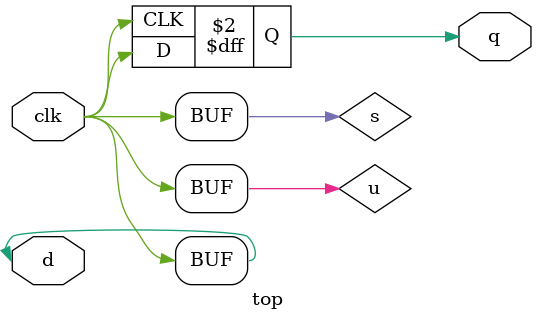
<source format=v>
module top
    ( input d, clk, output reg q );

    wire u;
    wire s;

    assign u = s;

	assign u = d;

	assign u = clk;

	always @( posedge clk )
            q <= u;
endmodule

</source>
